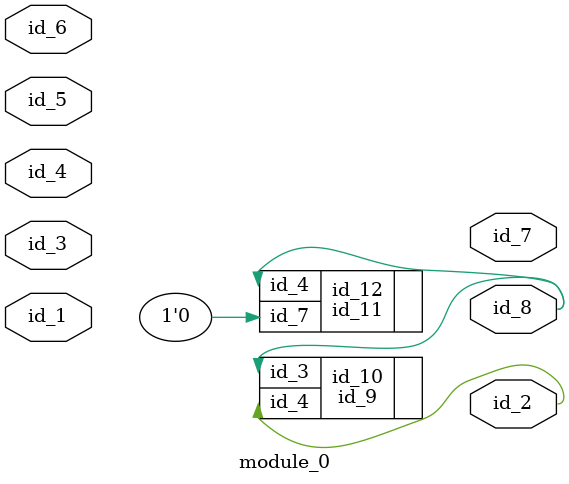
<source format=v>
module module_0 (
    id_1,
    id_2,
    id_3,
    id_4,
    id_5,
    id_6,
    id_7,
    id_8
);
  output id_8;
  output id_7;
  input id_6;
  input id_5;
  input id_4;
  input id_3;
  output id_2;
  input id_1;
  id_9 id_10 (
      .id_3(id_8),
      .id_4(id_5),
      .id_4(id_2)
  );
  id_11 id_12 (
      .id_7(1'b0),
      .id_4(1),
      .id_4(id_8)
  );
  id_13 id_14 (
      .id_1(id_3),
      .id_6(id_7[id_5]),
      .id_1(id_8),
      .id_1(id_1),
      .id_4(id_1)
  );
endmodule

</source>
